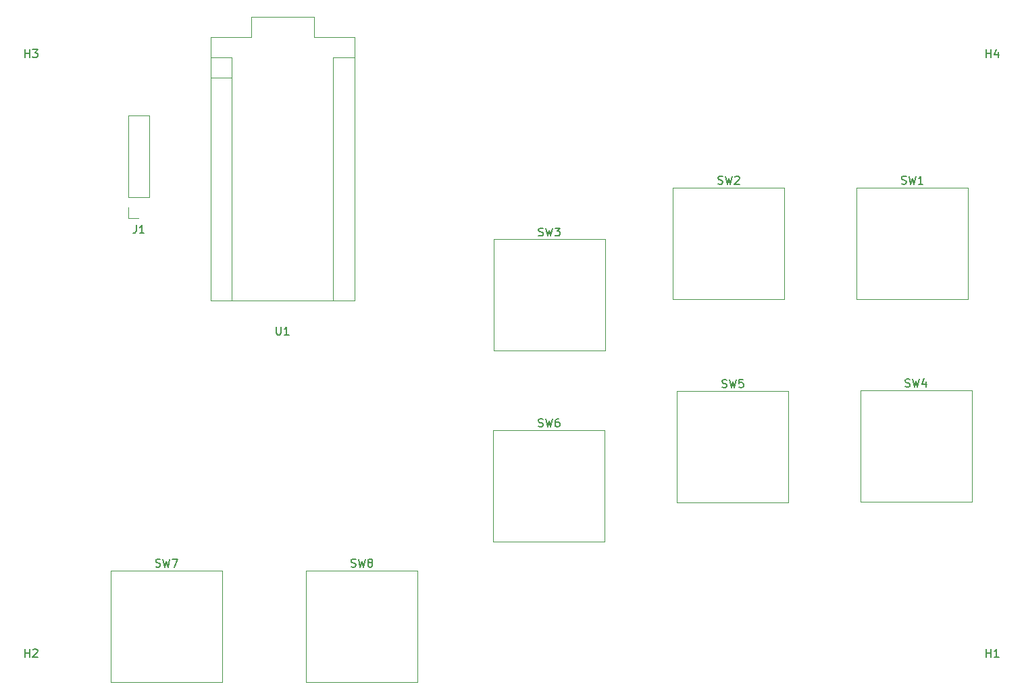
<source format=gbr>
%TF.GenerationSoftware,KiCad,Pcbnew,9.0.5*%
%TF.CreationDate,2025-10-09T15:15:47-05:00*%
%TF.ProjectId,arcade-controller,61726361-6465-42d6-936f-6e74726f6c6c,rev?*%
%TF.SameCoordinates,Original*%
%TF.FileFunction,Legend,Top*%
%TF.FilePolarity,Positive*%
%FSLAX46Y46*%
G04 Gerber Fmt 4.6, Leading zero omitted, Abs format (unit mm)*
G04 Created by KiCad (PCBNEW 9.0.5) date 2025-10-09 15:15:47*
%MOMM*%
%LPD*%
G01*
G04 APERTURE LIST*
%ADD10C,0.150000*%
%ADD11C,0.120000*%
G04 APERTURE END LIST*
D10*
X208126667Y-55613200D02*
X208269524Y-55660819D01*
X208269524Y-55660819D02*
X208507619Y-55660819D01*
X208507619Y-55660819D02*
X208602857Y-55613200D01*
X208602857Y-55613200D02*
X208650476Y-55565580D01*
X208650476Y-55565580D02*
X208698095Y-55470342D01*
X208698095Y-55470342D02*
X208698095Y-55375104D01*
X208698095Y-55375104D02*
X208650476Y-55279866D01*
X208650476Y-55279866D02*
X208602857Y-55232247D01*
X208602857Y-55232247D02*
X208507619Y-55184628D01*
X208507619Y-55184628D02*
X208317143Y-55137009D01*
X208317143Y-55137009D02*
X208221905Y-55089390D01*
X208221905Y-55089390D02*
X208174286Y-55041771D01*
X208174286Y-55041771D02*
X208126667Y-54946533D01*
X208126667Y-54946533D02*
X208126667Y-54851295D01*
X208126667Y-54851295D02*
X208174286Y-54756057D01*
X208174286Y-54756057D02*
X208221905Y-54708438D01*
X208221905Y-54708438D02*
X208317143Y-54660819D01*
X208317143Y-54660819D02*
X208555238Y-54660819D01*
X208555238Y-54660819D02*
X208698095Y-54708438D01*
X209031429Y-54660819D02*
X209269524Y-55660819D01*
X209269524Y-55660819D02*
X209460000Y-54946533D01*
X209460000Y-54946533D02*
X209650476Y-55660819D01*
X209650476Y-55660819D02*
X209888572Y-54660819D01*
X210793333Y-55660819D02*
X210221905Y-55660819D01*
X210507619Y-55660819D02*
X210507619Y-54660819D01*
X210507619Y-54660819D02*
X210412381Y-54803676D01*
X210412381Y-54803676D02*
X210317143Y-54898914D01*
X210317143Y-54898914D02*
X210221905Y-54946533D01*
X185126667Y-55613200D02*
X185269524Y-55660819D01*
X185269524Y-55660819D02*
X185507619Y-55660819D01*
X185507619Y-55660819D02*
X185602857Y-55613200D01*
X185602857Y-55613200D02*
X185650476Y-55565580D01*
X185650476Y-55565580D02*
X185698095Y-55470342D01*
X185698095Y-55470342D02*
X185698095Y-55375104D01*
X185698095Y-55375104D02*
X185650476Y-55279866D01*
X185650476Y-55279866D02*
X185602857Y-55232247D01*
X185602857Y-55232247D02*
X185507619Y-55184628D01*
X185507619Y-55184628D02*
X185317143Y-55137009D01*
X185317143Y-55137009D02*
X185221905Y-55089390D01*
X185221905Y-55089390D02*
X185174286Y-55041771D01*
X185174286Y-55041771D02*
X185126667Y-54946533D01*
X185126667Y-54946533D02*
X185126667Y-54851295D01*
X185126667Y-54851295D02*
X185174286Y-54756057D01*
X185174286Y-54756057D02*
X185221905Y-54708438D01*
X185221905Y-54708438D02*
X185317143Y-54660819D01*
X185317143Y-54660819D02*
X185555238Y-54660819D01*
X185555238Y-54660819D02*
X185698095Y-54708438D01*
X186031429Y-54660819D02*
X186269524Y-55660819D01*
X186269524Y-55660819D02*
X186460000Y-54946533D01*
X186460000Y-54946533D02*
X186650476Y-55660819D01*
X186650476Y-55660819D02*
X186888572Y-54660819D01*
X187221905Y-54756057D02*
X187269524Y-54708438D01*
X187269524Y-54708438D02*
X187364762Y-54660819D01*
X187364762Y-54660819D02*
X187602857Y-54660819D01*
X187602857Y-54660819D02*
X187698095Y-54708438D01*
X187698095Y-54708438D02*
X187745714Y-54756057D01*
X187745714Y-54756057D02*
X187793333Y-54851295D01*
X187793333Y-54851295D02*
X187793333Y-54946533D01*
X187793333Y-54946533D02*
X187745714Y-55089390D01*
X187745714Y-55089390D02*
X187174286Y-55660819D01*
X187174286Y-55660819D02*
X187793333Y-55660819D01*
X162626667Y-62113200D02*
X162769524Y-62160819D01*
X162769524Y-62160819D02*
X163007619Y-62160819D01*
X163007619Y-62160819D02*
X163102857Y-62113200D01*
X163102857Y-62113200D02*
X163150476Y-62065580D01*
X163150476Y-62065580D02*
X163198095Y-61970342D01*
X163198095Y-61970342D02*
X163198095Y-61875104D01*
X163198095Y-61875104D02*
X163150476Y-61779866D01*
X163150476Y-61779866D02*
X163102857Y-61732247D01*
X163102857Y-61732247D02*
X163007619Y-61684628D01*
X163007619Y-61684628D02*
X162817143Y-61637009D01*
X162817143Y-61637009D02*
X162721905Y-61589390D01*
X162721905Y-61589390D02*
X162674286Y-61541771D01*
X162674286Y-61541771D02*
X162626667Y-61446533D01*
X162626667Y-61446533D02*
X162626667Y-61351295D01*
X162626667Y-61351295D02*
X162674286Y-61256057D01*
X162674286Y-61256057D02*
X162721905Y-61208438D01*
X162721905Y-61208438D02*
X162817143Y-61160819D01*
X162817143Y-61160819D02*
X163055238Y-61160819D01*
X163055238Y-61160819D02*
X163198095Y-61208438D01*
X163531429Y-61160819D02*
X163769524Y-62160819D01*
X163769524Y-62160819D02*
X163960000Y-61446533D01*
X163960000Y-61446533D02*
X164150476Y-62160819D01*
X164150476Y-62160819D02*
X164388572Y-61160819D01*
X164674286Y-61160819D02*
X165293333Y-61160819D01*
X165293333Y-61160819D02*
X164960000Y-61541771D01*
X164960000Y-61541771D02*
X165102857Y-61541771D01*
X165102857Y-61541771D02*
X165198095Y-61589390D01*
X165198095Y-61589390D02*
X165245714Y-61637009D01*
X165245714Y-61637009D02*
X165293333Y-61732247D01*
X165293333Y-61732247D02*
X165293333Y-61970342D01*
X165293333Y-61970342D02*
X165245714Y-62065580D01*
X165245714Y-62065580D02*
X165198095Y-62113200D01*
X165198095Y-62113200D02*
X165102857Y-62160819D01*
X165102857Y-62160819D02*
X164817143Y-62160819D01*
X164817143Y-62160819D02*
X164721905Y-62113200D01*
X164721905Y-62113200D02*
X164674286Y-62065580D01*
X208586667Y-81033200D02*
X208729524Y-81080819D01*
X208729524Y-81080819D02*
X208967619Y-81080819D01*
X208967619Y-81080819D02*
X209062857Y-81033200D01*
X209062857Y-81033200D02*
X209110476Y-80985580D01*
X209110476Y-80985580D02*
X209158095Y-80890342D01*
X209158095Y-80890342D02*
X209158095Y-80795104D01*
X209158095Y-80795104D02*
X209110476Y-80699866D01*
X209110476Y-80699866D02*
X209062857Y-80652247D01*
X209062857Y-80652247D02*
X208967619Y-80604628D01*
X208967619Y-80604628D02*
X208777143Y-80557009D01*
X208777143Y-80557009D02*
X208681905Y-80509390D01*
X208681905Y-80509390D02*
X208634286Y-80461771D01*
X208634286Y-80461771D02*
X208586667Y-80366533D01*
X208586667Y-80366533D02*
X208586667Y-80271295D01*
X208586667Y-80271295D02*
X208634286Y-80176057D01*
X208634286Y-80176057D02*
X208681905Y-80128438D01*
X208681905Y-80128438D02*
X208777143Y-80080819D01*
X208777143Y-80080819D02*
X209015238Y-80080819D01*
X209015238Y-80080819D02*
X209158095Y-80128438D01*
X209491429Y-80080819D02*
X209729524Y-81080819D01*
X209729524Y-81080819D02*
X209920000Y-80366533D01*
X209920000Y-80366533D02*
X210110476Y-81080819D01*
X210110476Y-81080819D02*
X210348572Y-80080819D01*
X211158095Y-80414152D02*
X211158095Y-81080819D01*
X210920000Y-80033200D02*
X210681905Y-80747485D01*
X210681905Y-80747485D02*
X211300952Y-80747485D01*
X185626667Y-81113200D02*
X185769524Y-81160819D01*
X185769524Y-81160819D02*
X186007619Y-81160819D01*
X186007619Y-81160819D02*
X186102857Y-81113200D01*
X186102857Y-81113200D02*
X186150476Y-81065580D01*
X186150476Y-81065580D02*
X186198095Y-80970342D01*
X186198095Y-80970342D02*
X186198095Y-80875104D01*
X186198095Y-80875104D02*
X186150476Y-80779866D01*
X186150476Y-80779866D02*
X186102857Y-80732247D01*
X186102857Y-80732247D02*
X186007619Y-80684628D01*
X186007619Y-80684628D02*
X185817143Y-80637009D01*
X185817143Y-80637009D02*
X185721905Y-80589390D01*
X185721905Y-80589390D02*
X185674286Y-80541771D01*
X185674286Y-80541771D02*
X185626667Y-80446533D01*
X185626667Y-80446533D02*
X185626667Y-80351295D01*
X185626667Y-80351295D02*
X185674286Y-80256057D01*
X185674286Y-80256057D02*
X185721905Y-80208438D01*
X185721905Y-80208438D02*
X185817143Y-80160819D01*
X185817143Y-80160819D02*
X186055238Y-80160819D01*
X186055238Y-80160819D02*
X186198095Y-80208438D01*
X186531429Y-80160819D02*
X186769524Y-81160819D01*
X186769524Y-81160819D02*
X186960000Y-80446533D01*
X186960000Y-80446533D02*
X187150476Y-81160819D01*
X187150476Y-81160819D02*
X187388572Y-80160819D01*
X188245714Y-80160819D02*
X187769524Y-80160819D01*
X187769524Y-80160819D02*
X187721905Y-80637009D01*
X187721905Y-80637009D02*
X187769524Y-80589390D01*
X187769524Y-80589390D02*
X187864762Y-80541771D01*
X187864762Y-80541771D02*
X188102857Y-80541771D01*
X188102857Y-80541771D02*
X188198095Y-80589390D01*
X188198095Y-80589390D02*
X188245714Y-80637009D01*
X188245714Y-80637009D02*
X188293333Y-80732247D01*
X188293333Y-80732247D02*
X188293333Y-80970342D01*
X188293333Y-80970342D02*
X188245714Y-81065580D01*
X188245714Y-81065580D02*
X188198095Y-81113200D01*
X188198095Y-81113200D02*
X188102857Y-81160819D01*
X188102857Y-81160819D02*
X187864762Y-81160819D01*
X187864762Y-81160819D02*
X187769524Y-81113200D01*
X187769524Y-81113200D02*
X187721905Y-81065580D01*
X162586667Y-86033200D02*
X162729524Y-86080819D01*
X162729524Y-86080819D02*
X162967619Y-86080819D01*
X162967619Y-86080819D02*
X163062857Y-86033200D01*
X163062857Y-86033200D02*
X163110476Y-85985580D01*
X163110476Y-85985580D02*
X163158095Y-85890342D01*
X163158095Y-85890342D02*
X163158095Y-85795104D01*
X163158095Y-85795104D02*
X163110476Y-85699866D01*
X163110476Y-85699866D02*
X163062857Y-85652247D01*
X163062857Y-85652247D02*
X162967619Y-85604628D01*
X162967619Y-85604628D02*
X162777143Y-85557009D01*
X162777143Y-85557009D02*
X162681905Y-85509390D01*
X162681905Y-85509390D02*
X162634286Y-85461771D01*
X162634286Y-85461771D02*
X162586667Y-85366533D01*
X162586667Y-85366533D02*
X162586667Y-85271295D01*
X162586667Y-85271295D02*
X162634286Y-85176057D01*
X162634286Y-85176057D02*
X162681905Y-85128438D01*
X162681905Y-85128438D02*
X162777143Y-85080819D01*
X162777143Y-85080819D02*
X163015238Y-85080819D01*
X163015238Y-85080819D02*
X163158095Y-85128438D01*
X163491429Y-85080819D02*
X163729524Y-86080819D01*
X163729524Y-86080819D02*
X163920000Y-85366533D01*
X163920000Y-85366533D02*
X164110476Y-86080819D01*
X164110476Y-86080819D02*
X164348572Y-85080819D01*
X165158095Y-85080819D02*
X164967619Y-85080819D01*
X164967619Y-85080819D02*
X164872381Y-85128438D01*
X164872381Y-85128438D02*
X164824762Y-85176057D01*
X164824762Y-85176057D02*
X164729524Y-85318914D01*
X164729524Y-85318914D02*
X164681905Y-85509390D01*
X164681905Y-85509390D02*
X164681905Y-85890342D01*
X164681905Y-85890342D02*
X164729524Y-85985580D01*
X164729524Y-85985580D02*
X164777143Y-86033200D01*
X164777143Y-86033200D02*
X164872381Y-86080819D01*
X164872381Y-86080819D02*
X165062857Y-86080819D01*
X165062857Y-86080819D02*
X165158095Y-86033200D01*
X165158095Y-86033200D02*
X165205714Y-85985580D01*
X165205714Y-85985580D02*
X165253333Y-85890342D01*
X165253333Y-85890342D02*
X165253333Y-85652247D01*
X165253333Y-85652247D02*
X165205714Y-85557009D01*
X165205714Y-85557009D02*
X165158095Y-85509390D01*
X165158095Y-85509390D02*
X165062857Y-85461771D01*
X165062857Y-85461771D02*
X164872381Y-85461771D01*
X164872381Y-85461771D02*
X164777143Y-85509390D01*
X164777143Y-85509390D02*
X164729524Y-85557009D01*
X164729524Y-85557009D02*
X164681905Y-85652247D01*
X114626667Y-103613200D02*
X114769524Y-103660819D01*
X114769524Y-103660819D02*
X115007619Y-103660819D01*
X115007619Y-103660819D02*
X115102857Y-103613200D01*
X115102857Y-103613200D02*
X115150476Y-103565580D01*
X115150476Y-103565580D02*
X115198095Y-103470342D01*
X115198095Y-103470342D02*
X115198095Y-103375104D01*
X115198095Y-103375104D02*
X115150476Y-103279866D01*
X115150476Y-103279866D02*
X115102857Y-103232247D01*
X115102857Y-103232247D02*
X115007619Y-103184628D01*
X115007619Y-103184628D02*
X114817143Y-103137009D01*
X114817143Y-103137009D02*
X114721905Y-103089390D01*
X114721905Y-103089390D02*
X114674286Y-103041771D01*
X114674286Y-103041771D02*
X114626667Y-102946533D01*
X114626667Y-102946533D02*
X114626667Y-102851295D01*
X114626667Y-102851295D02*
X114674286Y-102756057D01*
X114674286Y-102756057D02*
X114721905Y-102708438D01*
X114721905Y-102708438D02*
X114817143Y-102660819D01*
X114817143Y-102660819D02*
X115055238Y-102660819D01*
X115055238Y-102660819D02*
X115198095Y-102708438D01*
X115531429Y-102660819D02*
X115769524Y-103660819D01*
X115769524Y-103660819D02*
X115960000Y-102946533D01*
X115960000Y-102946533D02*
X116150476Y-103660819D01*
X116150476Y-103660819D02*
X116388572Y-102660819D01*
X116674286Y-102660819D02*
X117340952Y-102660819D01*
X117340952Y-102660819D02*
X116912381Y-103660819D01*
X139126667Y-103613200D02*
X139269524Y-103660819D01*
X139269524Y-103660819D02*
X139507619Y-103660819D01*
X139507619Y-103660819D02*
X139602857Y-103613200D01*
X139602857Y-103613200D02*
X139650476Y-103565580D01*
X139650476Y-103565580D02*
X139698095Y-103470342D01*
X139698095Y-103470342D02*
X139698095Y-103375104D01*
X139698095Y-103375104D02*
X139650476Y-103279866D01*
X139650476Y-103279866D02*
X139602857Y-103232247D01*
X139602857Y-103232247D02*
X139507619Y-103184628D01*
X139507619Y-103184628D02*
X139317143Y-103137009D01*
X139317143Y-103137009D02*
X139221905Y-103089390D01*
X139221905Y-103089390D02*
X139174286Y-103041771D01*
X139174286Y-103041771D02*
X139126667Y-102946533D01*
X139126667Y-102946533D02*
X139126667Y-102851295D01*
X139126667Y-102851295D02*
X139174286Y-102756057D01*
X139174286Y-102756057D02*
X139221905Y-102708438D01*
X139221905Y-102708438D02*
X139317143Y-102660819D01*
X139317143Y-102660819D02*
X139555238Y-102660819D01*
X139555238Y-102660819D02*
X139698095Y-102708438D01*
X140031429Y-102660819D02*
X140269524Y-103660819D01*
X140269524Y-103660819D02*
X140460000Y-102946533D01*
X140460000Y-102946533D02*
X140650476Y-103660819D01*
X140650476Y-103660819D02*
X140888572Y-102660819D01*
X141412381Y-103089390D02*
X141317143Y-103041771D01*
X141317143Y-103041771D02*
X141269524Y-102994152D01*
X141269524Y-102994152D02*
X141221905Y-102898914D01*
X141221905Y-102898914D02*
X141221905Y-102851295D01*
X141221905Y-102851295D02*
X141269524Y-102756057D01*
X141269524Y-102756057D02*
X141317143Y-102708438D01*
X141317143Y-102708438D02*
X141412381Y-102660819D01*
X141412381Y-102660819D02*
X141602857Y-102660819D01*
X141602857Y-102660819D02*
X141698095Y-102708438D01*
X141698095Y-102708438D02*
X141745714Y-102756057D01*
X141745714Y-102756057D02*
X141793333Y-102851295D01*
X141793333Y-102851295D02*
X141793333Y-102898914D01*
X141793333Y-102898914D02*
X141745714Y-102994152D01*
X141745714Y-102994152D02*
X141698095Y-103041771D01*
X141698095Y-103041771D02*
X141602857Y-103089390D01*
X141602857Y-103089390D02*
X141412381Y-103089390D01*
X141412381Y-103089390D02*
X141317143Y-103137009D01*
X141317143Y-103137009D02*
X141269524Y-103184628D01*
X141269524Y-103184628D02*
X141221905Y-103279866D01*
X141221905Y-103279866D02*
X141221905Y-103470342D01*
X141221905Y-103470342D02*
X141269524Y-103565580D01*
X141269524Y-103565580D02*
X141317143Y-103613200D01*
X141317143Y-103613200D02*
X141412381Y-103660819D01*
X141412381Y-103660819D02*
X141602857Y-103660819D01*
X141602857Y-103660819D02*
X141698095Y-103613200D01*
X141698095Y-103613200D02*
X141745714Y-103565580D01*
X141745714Y-103565580D02*
X141793333Y-103470342D01*
X141793333Y-103470342D02*
X141793333Y-103279866D01*
X141793333Y-103279866D02*
X141745714Y-103184628D01*
X141745714Y-103184628D02*
X141698095Y-103137009D01*
X141698095Y-103137009D02*
X141602857Y-103089390D01*
X129738095Y-73544819D02*
X129738095Y-74354342D01*
X129738095Y-74354342D02*
X129785714Y-74449580D01*
X129785714Y-74449580D02*
X129833333Y-74497200D01*
X129833333Y-74497200D02*
X129928571Y-74544819D01*
X129928571Y-74544819D02*
X130119047Y-74544819D01*
X130119047Y-74544819D02*
X130214285Y-74497200D01*
X130214285Y-74497200D02*
X130261904Y-74449580D01*
X130261904Y-74449580D02*
X130309523Y-74354342D01*
X130309523Y-74354342D02*
X130309523Y-73544819D01*
X131309523Y-74544819D02*
X130738095Y-74544819D01*
X131023809Y-74544819D02*
X131023809Y-73544819D01*
X131023809Y-73544819D02*
X130928571Y-73687676D01*
X130928571Y-73687676D02*
X130833333Y-73782914D01*
X130833333Y-73782914D02*
X130738095Y-73830533D01*
X112166666Y-60804819D02*
X112166666Y-61519104D01*
X112166666Y-61519104D02*
X112119047Y-61661961D01*
X112119047Y-61661961D02*
X112023809Y-61757200D01*
X112023809Y-61757200D02*
X111880952Y-61804819D01*
X111880952Y-61804819D02*
X111785714Y-61804819D01*
X113166666Y-61804819D02*
X112595238Y-61804819D01*
X112880952Y-61804819D02*
X112880952Y-60804819D01*
X112880952Y-60804819D02*
X112785714Y-60947676D01*
X112785714Y-60947676D02*
X112690476Y-61042914D01*
X112690476Y-61042914D02*
X112595238Y-61090533D01*
X218738095Y-39804819D02*
X218738095Y-38804819D01*
X218738095Y-39281009D02*
X219309523Y-39281009D01*
X219309523Y-39804819D02*
X219309523Y-38804819D01*
X220214285Y-39138152D02*
X220214285Y-39804819D01*
X219976190Y-38757200D02*
X219738095Y-39471485D01*
X219738095Y-39471485D02*
X220357142Y-39471485D01*
X98238095Y-39804819D02*
X98238095Y-38804819D01*
X98238095Y-39281009D02*
X98809523Y-39281009D01*
X98809523Y-39804819D02*
X98809523Y-38804819D01*
X99190476Y-38804819D02*
X99809523Y-38804819D01*
X99809523Y-38804819D02*
X99476190Y-39185771D01*
X99476190Y-39185771D02*
X99619047Y-39185771D01*
X99619047Y-39185771D02*
X99714285Y-39233390D01*
X99714285Y-39233390D02*
X99761904Y-39281009D01*
X99761904Y-39281009D02*
X99809523Y-39376247D01*
X99809523Y-39376247D02*
X99809523Y-39614342D01*
X99809523Y-39614342D02*
X99761904Y-39709580D01*
X99761904Y-39709580D02*
X99714285Y-39757200D01*
X99714285Y-39757200D02*
X99619047Y-39804819D01*
X99619047Y-39804819D02*
X99333333Y-39804819D01*
X99333333Y-39804819D02*
X99238095Y-39757200D01*
X99238095Y-39757200D02*
X99190476Y-39709580D01*
X98238095Y-114954819D02*
X98238095Y-113954819D01*
X98238095Y-114431009D02*
X98809523Y-114431009D01*
X98809523Y-114954819D02*
X98809523Y-113954819D01*
X99238095Y-114050057D02*
X99285714Y-114002438D01*
X99285714Y-114002438D02*
X99380952Y-113954819D01*
X99380952Y-113954819D02*
X99619047Y-113954819D01*
X99619047Y-113954819D02*
X99714285Y-114002438D01*
X99714285Y-114002438D02*
X99761904Y-114050057D01*
X99761904Y-114050057D02*
X99809523Y-114145295D01*
X99809523Y-114145295D02*
X99809523Y-114240533D01*
X99809523Y-114240533D02*
X99761904Y-114383390D01*
X99761904Y-114383390D02*
X99190476Y-114954819D01*
X99190476Y-114954819D02*
X99809523Y-114954819D01*
X218738095Y-114954819D02*
X218738095Y-113954819D01*
X218738095Y-114431009D02*
X219309523Y-114431009D01*
X219309523Y-114954819D02*
X219309523Y-113954819D01*
X220309523Y-114954819D02*
X219738095Y-114954819D01*
X220023809Y-114954819D02*
X220023809Y-113954819D01*
X220023809Y-113954819D02*
X219928571Y-114097676D01*
X219928571Y-114097676D02*
X219833333Y-114192914D01*
X219833333Y-114192914D02*
X219738095Y-114240533D01*
D11*
%TO.C,SW1*%
X216445000Y-70065000D02*
X202475000Y-70065000D01*
X216445000Y-56095000D02*
X216445000Y-70065000D01*
X202475000Y-70065000D02*
X202475000Y-56095000D01*
X202475000Y-56095000D02*
X216445000Y-56095000D01*
%TO.C,SW2*%
X193445000Y-70065000D02*
X179475000Y-70065000D01*
X193445000Y-56095000D02*
X193445000Y-70065000D01*
X179475000Y-70065000D02*
X179475000Y-56095000D01*
X179475000Y-56095000D02*
X193445000Y-56095000D01*
%TO.C,SW3*%
X170945000Y-76565000D02*
X156975000Y-76565000D01*
X170945000Y-62595000D02*
X170945000Y-76565000D01*
X156975000Y-76565000D02*
X156975000Y-62595000D01*
X156975000Y-62595000D02*
X170945000Y-62595000D01*
%TO.C,SW4*%
X216905000Y-95485000D02*
X202935000Y-95485000D01*
X216905000Y-81515000D02*
X216905000Y-95485000D01*
X202935000Y-95485000D02*
X202935000Y-81515000D01*
X202935000Y-81515000D02*
X216905000Y-81515000D01*
%TO.C,SW5*%
X193945000Y-95565000D02*
X179975000Y-95565000D01*
X193945000Y-81595000D02*
X193945000Y-95565000D01*
X179975000Y-95565000D02*
X179975000Y-81595000D01*
X179975000Y-81595000D02*
X193945000Y-81595000D01*
%TO.C,SW6*%
X170905000Y-100485000D02*
X156935000Y-100485000D01*
X170905000Y-86515000D02*
X170905000Y-100485000D01*
X156935000Y-100485000D02*
X156935000Y-86515000D01*
X156935000Y-86515000D02*
X170905000Y-86515000D01*
%TO.C,SW7*%
X122945000Y-118065000D02*
X108975000Y-118065000D01*
X122945000Y-104095000D02*
X122945000Y-118065000D01*
X108975000Y-118065000D02*
X108975000Y-104095000D01*
X108975000Y-104095000D02*
X122945000Y-104095000D01*
%TO.C,SW8*%
X147445000Y-118065000D02*
X133475000Y-118065000D01*
X147445000Y-104095000D02*
X147445000Y-118065000D01*
X133475000Y-118065000D02*
X133475000Y-104095000D01*
X133475000Y-104095000D02*
X147445000Y-104095000D01*
%TO.C,U1*%
X121483000Y-37260000D02*
X121480000Y-70280000D01*
X121483000Y-70280000D02*
X136850000Y-70280000D01*
X124150000Y-39800000D02*
X121480000Y-39800000D01*
X124150000Y-42340000D02*
X121480000Y-42340000D01*
X124150000Y-70280000D02*
X121480000Y-70280000D01*
X124150000Y-70280000D02*
X124150000Y-39800000D01*
X126563000Y-34720000D02*
X126563000Y-37260000D01*
X126563000Y-37260000D02*
X121483000Y-37260000D01*
X134437000Y-34720000D02*
X126563000Y-34720000D01*
X134437000Y-34720000D02*
X134437000Y-37260000D01*
X136850000Y-39800000D02*
X139520000Y-39800000D01*
X136850000Y-67740000D02*
X136850000Y-39800000D01*
X136850000Y-67740000D02*
X136850000Y-70280000D01*
X136850000Y-70280000D02*
X139517000Y-70280000D01*
X139517000Y-37260000D02*
X134437000Y-37260000D01*
X139517000Y-70280000D02*
X139517000Y-37260000D01*
%TO.C,J1*%
X113830000Y-47090000D02*
X111170000Y-47090000D01*
X113830000Y-57310000D02*
X113830000Y-47090000D01*
X113830000Y-57310000D02*
X111170000Y-57310000D01*
X112500000Y-59910000D02*
X111170000Y-59910000D01*
X111170000Y-57310000D02*
X111170000Y-47090000D01*
X111170000Y-59910000D02*
X111170000Y-58580000D01*
%TD*%
M02*

</source>
